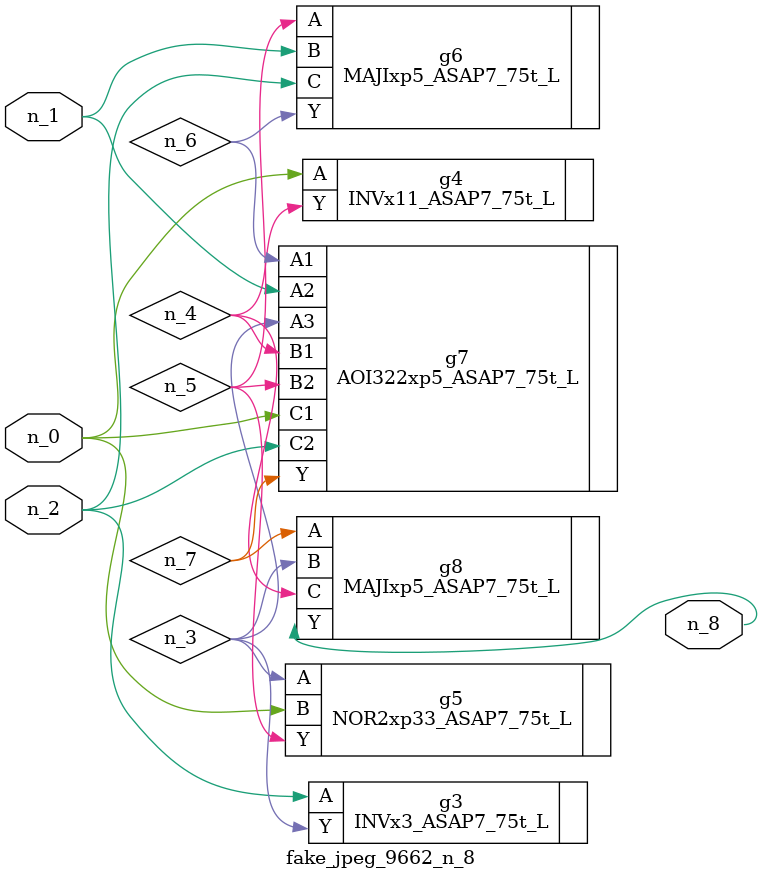
<source format=v>
module fake_jpeg_9662_n_8 (n_0, n_2, n_1, n_8);

input n_0;
input n_2;
input n_1;

output n_8;

wire n_3;
wire n_4;
wire n_6;
wire n_5;
wire n_7;

INVx3_ASAP7_75t_L g3 ( 
.A(n_2),
.Y(n_3)
);

INVx11_ASAP7_75t_L g4 ( 
.A(n_0),
.Y(n_4)
);

NOR2xp33_ASAP7_75t_L g5 ( 
.A(n_3),
.B(n_0),
.Y(n_5)
);

MAJIxp5_ASAP7_75t_L g6 ( 
.A(n_5),
.B(n_1),
.C(n_2),
.Y(n_6)
);

AOI322xp5_ASAP7_75t_L g7 ( 
.A1(n_6),
.A2(n_1),
.A3(n_3),
.B1(n_4),
.B2(n_5),
.C1(n_0),
.C2(n_2),
.Y(n_7)
);

MAJIxp5_ASAP7_75t_L g8 ( 
.A(n_7),
.B(n_3),
.C(n_4),
.Y(n_8)
);


endmodule
</source>
